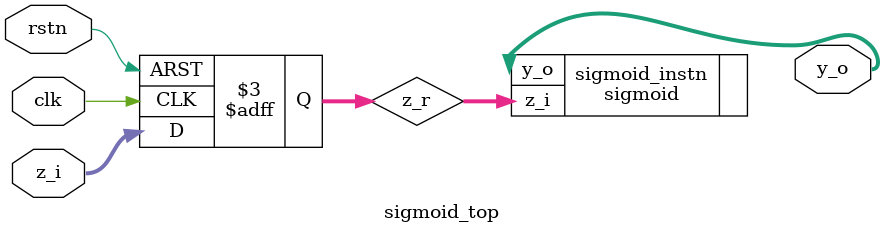
<source format=sv>
module sigmoid_top(
    input logic clk,
    input logic rstn,
    input  logic signed [16-1:0] z_i,
    output logic        [16-1:0] y_o
);
    logic signed [16-1:0] z_r;
    
    always_ff @(posedge clk, negedge rstn) begin
        if(~rstn) begin
            z_r <= '0;
        end else begin
            z_r <= z_i;
        end
    end

    sigmoid sigmoid_instn (
        .z_i(z_r),
        .y_o(y_o)
    );

endmodule // tb_sigmoid

</source>
